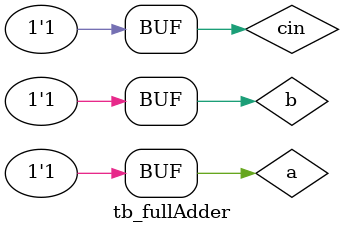
<source format=v>
`timescale 1ns / 1ps

module tb_fullAdder(
);

reg a,b,cin; 
wire sum,cout;
 
 full_adder uut (
 .a(a),
 .b(b),
 .cin(cin),
 .cout(cout),
 .sum(sum)
 );
 
 initial begin
       a = 1'b0; b = 1'b0; cin = 1'b0; #50;
       a = 1'b0; b = 1'b0; cin = 1'b1; #50;
       a = 1'b0; b = 1'b1; cin = 1'b0; #50;
       a = 1'b0; b = 1'b1; cin = 1'b1; #50;
       a = 1'b1; b = 1'b0; cin = 1'b0; #50;
       a = 1'b1; b = 1'b0; cin = 1'b1; #50;
       a = 1'b1; b = 1'b1; cin = 1'b0; #50;
       a = 1'b1; b = 1'b1; cin = 1'b1; #50;
    end
    



endmodule

</source>
